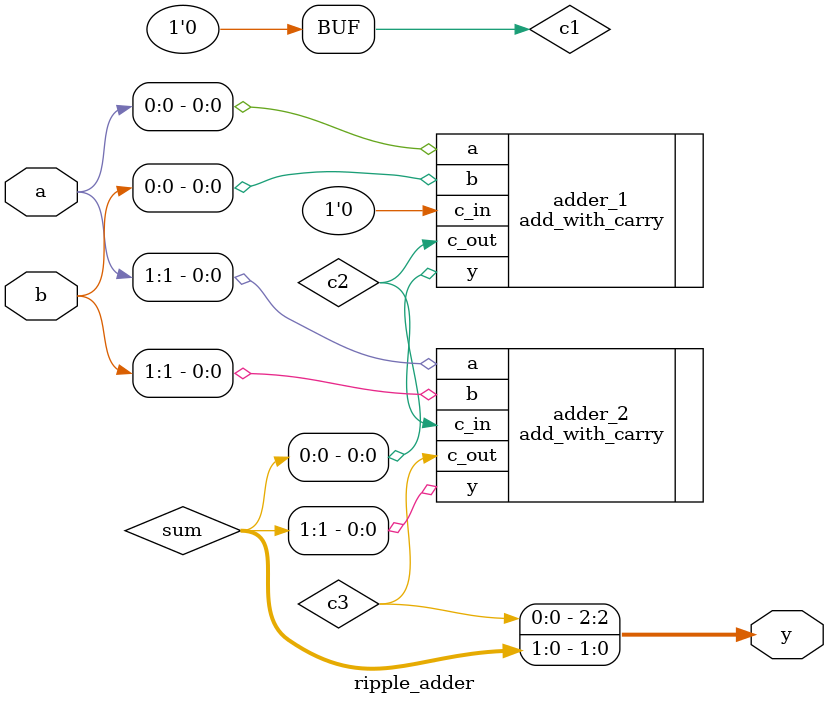
<source format=v>

`include "full_add_with_carry.v"

module ripple_adder
  (
    input [1:0] a,
    input [1:0] b,
    output [2:0] y
  );
  
  wire c1, c2, c3;
  wire [1:0] sum;
  
  assign c1 = 0;
  
  add_with_carry adder_1
  (
    .a(a[0]),
    .b(b[0]),
    .c_in(c1),
    .y(sum[0]),
    .c_out(c2)
  );
  
  add_with_carry adder_2
  (
    .a(a[1]),
    .b(b[1]),
    .c_in(c2),
    .y(sum[1]),
    .c_out(c3)
  );
  
  assign y = {c3, sum};
endmodule

</source>
